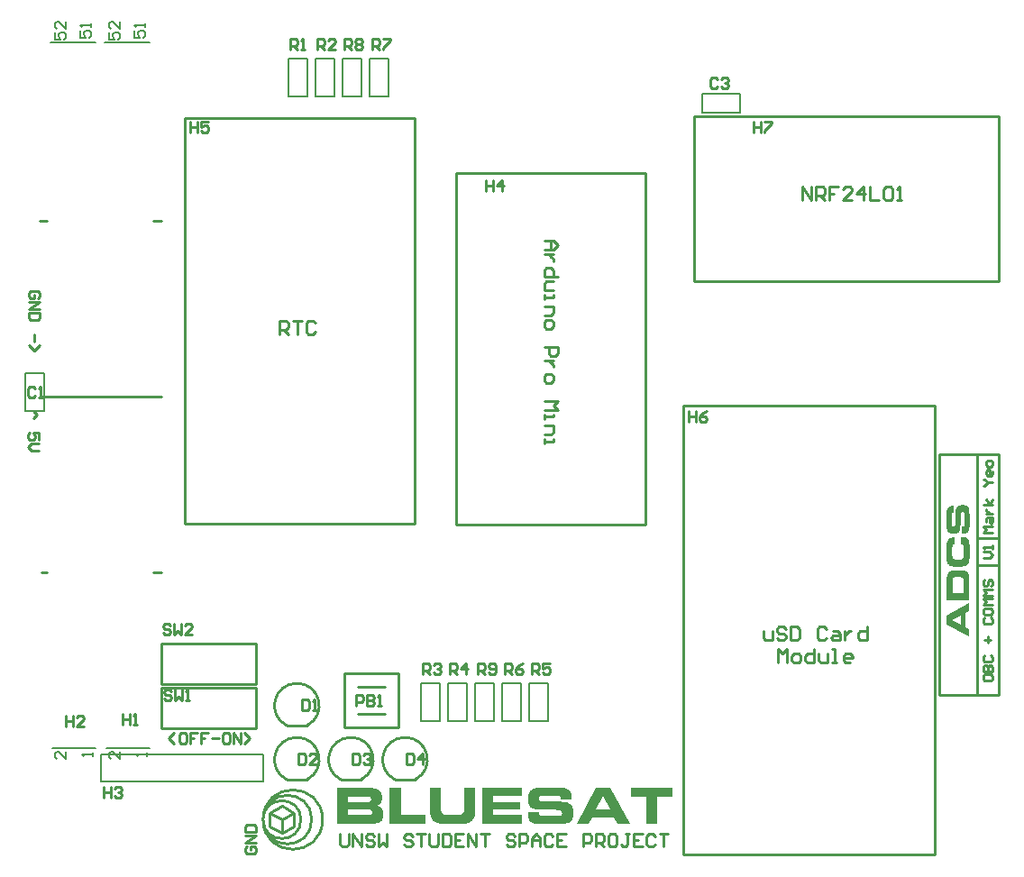
<source format=gto>
G04 Layer_Color=65535*
%FSLAX25Y25*%
%MOIN*%
G70*
G01*
G75*
%ADD14C,0.01000*%
%ADD26C,0.00787*%
%ADD27C,0.00500*%
G36*
X-186881Y32153D02*
X-197284D01*
Y30029D01*
X-187428D01*
Y27295D01*
X-197284D01*
Y25171D01*
X-186647D01*
Y22000D01*
X-201345D01*
Y35214D01*
X-186881D01*
Y32153D01*
D02*
G37*
G36*
X-172808Y35355D02*
X-172526Y35339D01*
X-172261Y35324D01*
X-172011Y35308D01*
X-171792Y35277D01*
X-171574Y35246D01*
X-171386Y35230D01*
X-171230Y35199D01*
X-171074Y35168D01*
X-170949Y35136D01*
X-170855Y35121D01*
X-170777Y35105D01*
X-170714Y35090D01*
X-170683Y35074D01*
X-170668D01*
X-170308Y34965D01*
X-169996Y34824D01*
X-169730Y34699D01*
X-169527Y34574D01*
X-169355Y34449D01*
X-169231Y34355D01*
X-169168Y34293D01*
X-169137Y34277D01*
X-168949Y34074D01*
X-168809Y33871D01*
X-168684Y33668D01*
X-168606Y33465D01*
X-168543Y33293D01*
X-168496Y33168D01*
X-168465Y33075D01*
Y33059D01*
Y33043D01*
X-168418Y32778D01*
X-168371Y32497D01*
X-168340Y32231D01*
X-168325Y31997D01*
X-168309Y31778D01*
Y31606D01*
Y31544D01*
Y31513D01*
Y31481D01*
Y31466D01*
Y31044D01*
X-172370D01*
Y31294D01*
X-172386Y31388D01*
Y31481D01*
X-172401Y31559D01*
Y31606D01*
X-172417Y31637D01*
Y31653D01*
X-172479Y31825D01*
X-172558Y31966D01*
X-172636Y32044D01*
X-172651Y32075D01*
X-172667D01*
X-172745Y32137D01*
X-172839Y32184D01*
X-173026Y32262D01*
X-173120Y32294D01*
X-173198Y32309D01*
X-173245Y32325D01*
X-173260D01*
X-173417Y32356D01*
X-173589Y32387D01*
X-173776Y32403D01*
X-173948D01*
X-174104Y32419D01*
X-178837D01*
X-179087Y32403D01*
X-179306Y32387D01*
X-179508Y32340D01*
X-179665Y32294D01*
X-179790Y32247D01*
X-179883Y32215D01*
X-179946Y32184D01*
X-179962Y32169D01*
X-180102Y32059D01*
X-180196Y31934D01*
X-180274Y31809D01*
X-180321Y31684D01*
X-180352Y31575D01*
X-180368Y31481D01*
Y31419D01*
Y31388D01*
Y31231D01*
X-180352Y31091D01*
X-180321Y30981D01*
X-180289Y30888D01*
X-180274Y30810D01*
X-180243Y30747D01*
X-180227Y30716D01*
Y30700D01*
X-180165Y30622D01*
X-180071Y30544D01*
X-179852Y30435D01*
X-179759Y30404D01*
X-179665Y30372D01*
X-179602Y30357D01*
X-179587D01*
X-179368Y30325D01*
X-179134Y30294D01*
X-178899Y30263D01*
X-178665Y30247D01*
X-178446D01*
X-178275Y30232D01*
X-177728D01*
X-177306Y30216D01*
X-174698D01*
X-174307Y30200D01*
X-173948D01*
X-173604Y30185D01*
X-173276D01*
X-172979Y30169D01*
X-172714Y30154D01*
X-172479Y30138D01*
X-172276D01*
X-172089Y30122D01*
X-171933Y30107D01*
X-171824D01*
X-171730Y30091D01*
X-171667D01*
X-171386Y30060D01*
X-171136Y30044D01*
X-170886Y29997D01*
X-170652Y29966D01*
X-170449Y29919D01*
X-170246Y29873D01*
X-170074Y29826D01*
X-169918Y29779D01*
X-169762Y29732D01*
X-169637Y29685D01*
X-169543Y29654D01*
X-169449Y29623D01*
X-169387Y29591D01*
X-169340Y29560D01*
X-169309Y29544D01*
X-169293D01*
X-168996Y29357D01*
X-168746Y29154D01*
X-168543Y28951D01*
X-168371Y28748D01*
X-168262Y28560D01*
X-168168Y28404D01*
X-168137Y28342D01*
X-168122Y28295D01*
X-168106Y28279D01*
Y28264D01*
X-167997Y27936D01*
X-167903Y27561D01*
X-167840Y27186D01*
X-167809Y26827D01*
X-167794Y26655D01*
X-167778Y26499D01*
Y26358D01*
X-167762Y26233D01*
Y26139D01*
Y26061D01*
Y26014D01*
Y25999D01*
X-167778Y25515D01*
X-167809Y25093D01*
X-167856Y24734D01*
X-167872Y24562D01*
X-167903Y24421D01*
X-167934Y24281D01*
X-167950Y24171D01*
X-167981Y24078D01*
X-167997Y23999D01*
X-168012Y23921D01*
X-168028Y23874D01*
X-168043Y23859D01*
Y23843D01*
X-168168Y23562D01*
X-168325Y23297D01*
X-168481Y23093D01*
X-168653Y22906D01*
X-168809Y22765D01*
X-168934Y22656D01*
X-169027Y22594D01*
X-169043Y22578D01*
X-169059D01*
X-169355Y22422D01*
X-169668Y22297D01*
X-170012Y22203D01*
X-170324Y22125D01*
X-170621Y22062D01*
X-170746Y22047D01*
X-170839Y22031D01*
X-170933Y22016D01*
X-170996Y22000D01*
X-171058D01*
X-171308Y21969D01*
X-171574Y21953D01*
X-172120Y21922D01*
X-172667Y21891D01*
X-173198Y21875D01*
X-173667D01*
X-173854Y21859D01*
X-179774D01*
X-180227Y21875D01*
X-180633Y21906D01*
X-180821Y21922D01*
X-180977Y21937D01*
X-181133D01*
X-181258Y21953D01*
X-181383Y21969D01*
X-181477Y21984D01*
X-181555D01*
X-181602Y22000D01*
X-181649D01*
X-181992Y22062D01*
X-182320Y22156D01*
X-182586Y22250D01*
X-182820Y22328D01*
X-183007Y22422D01*
X-183148Y22484D01*
X-183226Y22531D01*
X-183257Y22547D01*
X-183476Y22718D01*
X-183648Y22890D01*
X-183804Y23078D01*
X-183945Y23250D01*
X-184038Y23406D01*
X-184101Y23531D01*
X-184148Y23609D01*
X-184163Y23640D01*
X-184257Y23921D01*
X-184319Y24202D01*
X-184382Y24499D01*
X-184413Y24780D01*
X-184429Y25030D01*
Y25140D01*
X-184444Y25233D01*
Y25296D01*
Y25358D01*
Y25390D01*
Y25405D01*
Y26327D01*
X-180383D01*
Y26139D01*
X-180368Y25967D01*
X-180352Y25827D01*
X-180321Y25702D01*
X-180305Y25608D01*
X-180289Y25546D01*
X-180274Y25499D01*
Y25483D01*
X-180180Y25280D01*
X-180071Y25140D01*
X-179977Y25062D01*
X-179962Y25030D01*
X-179946D01*
X-179774Y24937D01*
X-179587Y24874D01*
X-179508Y24859D01*
X-179446D01*
X-179415Y24843D01*
X-179399D01*
X-179134Y24827D01*
X-178899Y24812D01*
X-173432D01*
X-173229Y24827D01*
X-173042D01*
X-172823Y24859D01*
X-172636Y24905D01*
X-172573Y24937D01*
X-172526Y24952D01*
X-172495Y24968D01*
X-172479D01*
X-172308Y25077D01*
X-172183Y25186D01*
X-172120Y25280D01*
X-172089Y25296D01*
Y25311D01*
X-172042Y25405D01*
X-171995Y25499D01*
X-171949Y25702D01*
X-171933Y25780D01*
Y25858D01*
Y25905D01*
Y25921D01*
Y26077D01*
X-171964Y26217D01*
X-171980Y26327D01*
X-172011Y26421D01*
X-172042Y26499D01*
X-172058Y26545D01*
X-172089Y26577D01*
Y26592D01*
X-172167Y26686D01*
X-172276Y26764D01*
X-172386Y26827D01*
X-172511Y26873D01*
X-172636Y26920D01*
X-172730Y26952D01*
X-172792Y26967D01*
X-172823D01*
X-173057Y27014D01*
X-173339Y27045D01*
X-173620Y27077D01*
X-173901Y27092D01*
X-174151Y27108D01*
X-174260D01*
X-174354Y27123D01*
X-174760D01*
X-174994Y27139D01*
X-175510D01*
X-176025Y27155D01*
X-178446D01*
X-178821Y27170D01*
X-179181Y27186D01*
X-179493D01*
X-179805Y27202D01*
X-180071Y27217D01*
X-180321Y27233D01*
X-180540Y27248D01*
X-180743Y27264D01*
X-180899Y27280D01*
X-181039D01*
X-181149Y27295D01*
X-181227Y27311D01*
X-181289D01*
X-181758Y27389D01*
X-182180Y27483D01*
X-182523Y27576D01*
X-182679Y27623D01*
X-182820Y27686D01*
X-182929Y27733D01*
X-183039Y27779D01*
X-183132Y27811D01*
X-183211Y27842D01*
X-183257Y27873D01*
X-183304Y27904D01*
X-183320Y27920D01*
X-183335D01*
X-183570Y28092D01*
X-183773Y28295D01*
X-183929Y28498D01*
X-184054Y28685D01*
X-184132Y28857D01*
X-184195Y28998D01*
X-184226Y29092D01*
X-184241Y29107D01*
Y29123D01*
X-184304Y29435D01*
X-184351Y29763D01*
X-184382Y30107D01*
X-184398Y30419D01*
X-184413Y30700D01*
X-184429Y30810D01*
Y30919D01*
Y31013D01*
Y31075D01*
Y31106D01*
Y31122D01*
Y31450D01*
X-184413Y31762D01*
X-184398Y32044D01*
X-184366Y32294D01*
X-184351Y32497D01*
X-184335Y32653D01*
Y32715D01*
X-184319Y32762D01*
Y32778D01*
Y32793D01*
X-184257Y33075D01*
X-184179Y33340D01*
X-184070Y33559D01*
X-183960Y33762D01*
X-183867Y33918D01*
X-183773Y34043D01*
X-183710Y34106D01*
X-183695Y34137D01*
X-183476Y34340D01*
X-183226Y34512D01*
X-182961Y34668D01*
X-182711Y34793D01*
X-182476Y34887D01*
X-182367Y34933D01*
X-182273Y34965D01*
X-182211Y34996D01*
X-182148Y35012D01*
X-182117Y35027D01*
X-182102D01*
X-181883Y35090D01*
X-181664Y35136D01*
X-181180Y35230D01*
X-180680Y35293D01*
X-180196Y35324D01*
X-179977Y35339D01*
X-179774Y35355D01*
X-179587D01*
X-179415Y35371D01*
X-173120D01*
X-172808Y35355D01*
D02*
G37*
G36*
X-146863Y22000D02*
X-151377D01*
X-152642Y24343D01*
X-160858D01*
X-162045Y22000D01*
X-166575D01*
X-159421Y35214D01*
X-154142D01*
X-146863Y22000D01*
D02*
G37*
G36*
X-130962Y31934D02*
X-136647D01*
Y22000D01*
X-140708D01*
Y31934D01*
X-146410D01*
Y35214D01*
X-130962D01*
Y31934D01*
D02*
G37*
G36*
X-204063Y26702D02*
X-204079Y26249D01*
X-204126Y25827D01*
X-204188Y25436D01*
X-204266Y25077D01*
X-204360Y24749D01*
X-204485Y24452D01*
X-204594Y24171D01*
X-204719Y23937D01*
X-204844Y23718D01*
X-204954Y23531D01*
X-205063Y23390D01*
X-205172Y23250D01*
X-205250Y23156D01*
X-205313Y23093D01*
X-205360Y23046D01*
X-205375Y23031D01*
X-205641Y22828D01*
X-205922Y22640D01*
X-206250Y22484D01*
X-206578Y22359D01*
X-206906Y22234D01*
X-207250Y22141D01*
X-207593Y22062D01*
X-207921Y22000D01*
X-208249Y21953D01*
X-208546Y21922D01*
X-208812Y21891D01*
X-209046Y21875D01*
X-209233D01*
X-209374Y21859D01*
X-215310D01*
X-215825Y21875D01*
X-216294Y21906D01*
X-216731Y21969D01*
X-217137Y22047D01*
X-217512Y22125D01*
X-217856Y22234D01*
X-218152Y22344D01*
X-218418Y22453D01*
X-218668Y22562D01*
X-218871Y22656D01*
X-219043Y22765D01*
X-219183Y22843D01*
X-219293Y22922D01*
X-219371Y22984D01*
X-219418Y23015D01*
X-219433Y23031D01*
X-219668Y23265D01*
X-219855Y23531D01*
X-220027Y23812D01*
X-220183Y24109D01*
X-220308Y24406D01*
X-220417Y24718D01*
X-220495Y25015D01*
X-220573Y25311D01*
X-220620Y25593D01*
X-220667Y25858D01*
X-220683Y26092D01*
X-220714Y26296D01*
Y26467D01*
X-220730Y26592D01*
Y26670D01*
Y26702D01*
Y35214D01*
X-216669D01*
Y27576D01*
Y27342D01*
X-216653Y27139D01*
X-216622Y26936D01*
X-216590Y26764D01*
X-216559Y26592D01*
X-216512Y26452D01*
X-216419Y26202D01*
X-216325Y26014D01*
X-216247Y25889D01*
X-216184Y25811D01*
X-216169Y25780D01*
X-216059Y25686D01*
X-215950Y25608D01*
X-215685Y25468D01*
X-215388Y25374D01*
X-215107Y25311D01*
X-214841Y25280D01*
X-214716Y25265D01*
X-214622D01*
X-214529Y25249D01*
X-210171D01*
X-209952Y25265D01*
X-209765Y25296D01*
X-209593Y25327D01*
X-209436Y25374D01*
X-209296Y25421D01*
X-209046Y25515D01*
X-208874Y25608D01*
X-208734Y25702D01*
X-208671Y25764D01*
X-208640Y25780D01*
X-208546Y25889D01*
X-208468Y26014D01*
X-208343Y26280D01*
X-208249Y26577D01*
X-208187Y26873D01*
X-208156Y27155D01*
X-208140Y27264D01*
X-208124Y27373D01*
Y27451D01*
Y27514D01*
Y27561D01*
Y27576D01*
Y35214D01*
X-204063D01*
Y26702D01*
D02*
G37*
G36*
X-21333Y100735D02*
X-22809Y99938D01*
Y94762D01*
X-21333Y94014D01*
Y91161D01*
X-29657Y95667D01*
Y98993D01*
X-21333Y103579D01*
Y100735D01*
D02*
G37*
G36*
X-23547Y127943D02*
X-23370Y127933D01*
X-23202Y127913D01*
X-23055Y127893D01*
X-22927Y127864D01*
X-22838Y127844D01*
X-22779Y127834D01*
X-22769Y127825D01*
X-22760D01*
X-22592Y127775D01*
X-22445Y127707D01*
X-22307Y127628D01*
X-22189Y127559D01*
X-22100Y127480D01*
X-22022Y127431D01*
X-21982Y127392D01*
X-21962Y127372D01*
X-21844Y127234D01*
X-21736Y127087D01*
X-21648Y126929D01*
X-21569Y126782D01*
X-21510Y126644D01*
X-21471Y126536D01*
X-21451Y126496D01*
X-21441Y126467D01*
X-21431Y126447D01*
Y126437D01*
X-21372Y126201D01*
X-21323Y125935D01*
X-21293Y125680D01*
X-21264Y125434D01*
Y125315D01*
X-21254Y125207D01*
Y125119D01*
X-21244Y125030D01*
Y124961D01*
Y124912D01*
Y124882D01*
Y124873D01*
Y120759D01*
X-21254Y120445D01*
X-21264Y120149D01*
X-21284Y119894D01*
X-21293Y119775D01*
X-21303Y119667D01*
X-21313Y119559D01*
X-21323Y119480D01*
X-21333Y119402D01*
X-21343Y119333D01*
X-21352Y119283D01*
X-21362Y119244D01*
Y119224D01*
Y119215D01*
X-21421Y118969D01*
X-21490Y118742D01*
X-21569Y118545D01*
X-21638Y118378D01*
X-21716Y118240D01*
X-21776Y118142D01*
X-21795Y118103D01*
X-21815Y118073D01*
X-21825Y118063D01*
Y118053D01*
X-21962Y117886D01*
X-22110Y117739D01*
X-22268Y117621D01*
X-22415Y117522D01*
X-22553Y117434D01*
X-22651Y117384D01*
X-22691Y117365D01*
X-22720Y117345D01*
X-22740Y117335D01*
X-22750D01*
X-22986Y117256D01*
X-23232Y117197D01*
X-23478Y117148D01*
X-23724Y117119D01*
X-23832Y117109D01*
X-23931Y117099D01*
X-24019D01*
X-24098Y117089D01*
X-26735D01*
X-27060Y117099D01*
X-27355Y117129D01*
X-27483Y117148D01*
X-27611Y117168D01*
X-27719Y117188D01*
X-27827Y117217D01*
X-27916Y117237D01*
X-27994Y117256D01*
X-28073Y117276D01*
X-28122Y117296D01*
X-28172Y117315D01*
X-28201Y117325D01*
X-28221Y117335D01*
X-28231D01*
X-28437Y117434D01*
X-28624Y117552D01*
X-28782Y117670D01*
X-28919Y117788D01*
X-29018Y117896D01*
X-29096Y117975D01*
X-29136Y118034D01*
X-29156Y118044D01*
Y118053D01*
X-29274Y118240D01*
X-29372Y118437D01*
X-29461Y118634D01*
X-29520Y118811D01*
X-29569Y118978D01*
X-29588Y119047D01*
X-29598Y119097D01*
X-29618Y119146D01*
Y119185D01*
X-29628Y119205D01*
Y119215D01*
X-29667Y119480D01*
X-29707Y119746D01*
X-29726Y120002D01*
X-29736Y120238D01*
X-29746Y120346D01*
Y120445D01*
X-29756Y120533D01*
Y120602D01*
Y120671D01*
Y120710D01*
Y120740D01*
Y120750D01*
Y123761D01*
Y124007D01*
X-29746Y124243D01*
X-29736Y124459D01*
X-29726Y124666D01*
X-29716Y124863D01*
X-29707Y125040D01*
X-29687Y125197D01*
X-29677Y125345D01*
X-29657Y125483D01*
X-29638Y125601D01*
X-29628Y125699D01*
X-29618Y125778D01*
X-29608Y125837D01*
X-29598Y125886D01*
X-29588Y125916D01*
Y125926D01*
X-29520Y126211D01*
X-29441Y126467D01*
X-29352Y126673D01*
X-29264Y126850D01*
X-29185Y126988D01*
X-29116Y127087D01*
X-29077Y127146D01*
X-29057Y127165D01*
X-28910Y127313D01*
X-28752Y127441D01*
X-28595Y127529D01*
X-28437Y127608D01*
X-28299Y127667D01*
X-28191Y127697D01*
X-28152Y127716D01*
X-28122D01*
X-28103Y127726D01*
X-28093D01*
X-27857Y127766D01*
X-27611Y127795D01*
X-27365Y127825D01*
X-27138Y127834D01*
X-27030D01*
X-26932Y127844D01*
X-26617D01*
Y125286D01*
X-26843D01*
X-27001Y125276D01*
X-27128Y125237D01*
X-27237Y125188D01*
X-27316Y125128D01*
X-27384Y125069D01*
X-27424Y125020D01*
X-27443Y124981D01*
X-27453Y124971D01*
X-27512Y124843D01*
X-27552Y124696D01*
X-27581Y124548D01*
X-27601Y124410D01*
X-27611Y124282D01*
X-27621Y124184D01*
Y124144D01*
Y124115D01*
Y124095D01*
Y124085D01*
Y121310D01*
Y121124D01*
X-27601Y120966D01*
X-27581Y120828D01*
X-27562Y120710D01*
X-27542Y120612D01*
X-27522Y120543D01*
X-27512Y120504D01*
X-27502Y120484D01*
X-27453Y120376D01*
X-27404Y120277D01*
X-27345Y120199D01*
X-27296Y120130D01*
X-27247Y120071D01*
X-27207Y120031D01*
X-27178Y120012D01*
X-27168Y120002D01*
X-27079Y119943D01*
X-26991Y119894D01*
X-26912Y119854D01*
X-26823Y119825D01*
X-26755Y119805D01*
X-26696Y119785D01*
X-26656Y119775D01*
X-26646D01*
X-26410Y119746D01*
X-26292Y119726D01*
X-26184D01*
X-26085Y119716D01*
X-24885D01*
X-24737Y119726D01*
X-24610Y119736D01*
X-24491Y119746D01*
X-24403D01*
X-24334Y119756D01*
X-24295Y119766D01*
X-24275D01*
X-24157Y119795D01*
X-24058Y119825D01*
X-23970Y119864D01*
X-23891Y119894D01*
X-23832Y119933D01*
X-23793Y119953D01*
X-23763Y119972D01*
X-23753Y119982D01*
X-23685Y120051D01*
X-23626Y120120D01*
X-23537Y120267D01*
X-23507Y120336D01*
X-23488Y120386D01*
X-23468Y120425D01*
Y120435D01*
X-23438Y120553D01*
X-23419Y120671D01*
X-23399Y120799D01*
X-23389Y120907D01*
Y121015D01*
X-23380Y121094D01*
Y121153D01*
Y121173D01*
Y123898D01*
Y124046D01*
X-23389Y124184D01*
Y124312D01*
X-23399Y124410D01*
Y124499D01*
X-23409Y124558D01*
Y124597D01*
Y124607D01*
X-23429Y124705D01*
X-23448Y124794D01*
X-23478Y124873D01*
X-23507Y124942D01*
X-23527Y124991D01*
X-23547Y125030D01*
X-23566Y125050D01*
Y125060D01*
X-23616Y125119D01*
X-23675Y125178D01*
X-23783Y125256D01*
X-23832Y125286D01*
X-23871Y125306D01*
X-23901Y125315D01*
X-23911D01*
X-23999Y125345D01*
X-24098Y125365D01*
X-24206Y125374D01*
X-24304Y125384D01*
X-24383Y125394D01*
X-24521D01*
Y127953D01*
X-23744D01*
X-23547Y127943D01*
D02*
G37*
G36*
Y139829D02*
X-23281Y139810D01*
X-23055Y139780D01*
X-22946Y139770D01*
X-22858Y139751D01*
X-22769Y139731D01*
X-22701Y139721D01*
X-22641Y139701D01*
X-22592Y139692D01*
X-22543Y139682D01*
X-22514Y139672D01*
X-22504Y139662D01*
X-22494D01*
X-22317Y139583D01*
X-22150Y139485D01*
X-22022Y139387D01*
X-21903Y139278D01*
X-21815Y139180D01*
X-21746Y139101D01*
X-21707Y139042D01*
X-21697Y139032D01*
Y139023D01*
X-21598Y138836D01*
X-21520Y138639D01*
X-21461Y138422D01*
X-21411Y138225D01*
X-21372Y138039D01*
X-21362Y137960D01*
X-21352Y137901D01*
X-21343Y137842D01*
X-21333Y137802D01*
Y137773D01*
Y137763D01*
X-21313Y137606D01*
X-21303Y137438D01*
X-21284Y137094D01*
X-21264Y136749D01*
X-21254Y136415D01*
Y136267D01*
Y136120D01*
X-21244Y136002D01*
Y135893D01*
Y135805D01*
Y135736D01*
Y135697D01*
Y135677D01*
Y132587D01*
Y132272D01*
X-21254Y131987D01*
X-21274Y131731D01*
X-21284Y131613D01*
X-21293Y131515D01*
Y131416D01*
X-21303Y131337D01*
X-21313Y131259D01*
X-21323Y131200D01*
Y131150D01*
X-21333Y131121D01*
Y131101D01*
Y131091D01*
X-21372Y130875D01*
X-21431Y130668D01*
X-21490Y130501D01*
X-21539Y130353D01*
X-21598Y130235D01*
X-21638Y130147D01*
X-21667Y130098D01*
X-21677Y130078D01*
X-21785Y129940D01*
X-21894Y129832D01*
X-22012Y129734D01*
X-22120Y129645D01*
X-22218Y129586D01*
X-22297Y129547D01*
X-22346Y129517D01*
X-22366Y129507D01*
X-22543Y129448D01*
X-22720Y129409D01*
X-22907Y129369D01*
X-23084Y129350D01*
X-23242Y129340D01*
X-23311D01*
X-23370Y129330D01*
X-24058D01*
Y131888D01*
X-23940D01*
X-23832Y131898D01*
X-23744Y131908D01*
X-23665Y131928D01*
X-23606Y131938D01*
X-23566Y131948D01*
X-23537Y131957D01*
X-23527D01*
X-23399Y132016D01*
X-23311Y132085D01*
X-23261Y132144D01*
X-23242Y132154D01*
Y132164D01*
X-23183Y132272D01*
X-23143Y132390D01*
X-23133Y132440D01*
Y132479D01*
X-23124Y132499D01*
Y132508D01*
X-23114Y132676D01*
X-23104Y132823D01*
Y132892D01*
Y132941D01*
Y132981D01*
Y132991D01*
Y136120D01*
Y136267D01*
X-23114Y136395D01*
Y136444D01*
Y136484D01*
Y136504D01*
Y136513D01*
X-23133Y136651D01*
X-23163Y136769D01*
X-23183Y136809D01*
X-23192Y136838D01*
X-23202Y136858D01*
Y136868D01*
X-23271Y136976D01*
X-23340Y137055D01*
X-23399Y137094D01*
X-23409Y137114D01*
X-23419D01*
X-23478Y137143D01*
X-23537Y137173D01*
X-23665Y137202D01*
X-23714Y137212D01*
X-23901D01*
X-23990Y137192D01*
X-24058Y137182D01*
X-24117Y137163D01*
X-24167Y137143D01*
X-24196Y137133D01*
X-24216Y137114D01*
X-24226D01*
X-24285Y137064D01*
X-24334Y136995D01*
X-24373Y136927D01*
X-24403Y136848D01*
X-24432Y136769D01*
X-24452Y136710D01*
X-24462Y136671D01*
Y136651D01*
X-24491Y136504D01*
X-24511Y136326D01*
X-24531Y136149D01*
X-24541Y135972D01*
X-24550Y135815D01*
Y135746D01*
X-24560Y135687D01*
Y135638D01*
Y135598D01*
Y135579D01*
Y135569D01*
Y135431D01*
X-24570Y135283D01*
Y134959D01*
X-24580Y134634D01*
Y134329D01*
Y134181D01*
Y134044D01*
Y133925D01*
Y133827D01*
Y133738D01*
Y133679D01*
Y133630D01*
Y133620D01*
Y133355D01*
Y133109D01*
X-24590Y132872D01*
X-24600Y132646D01*
Y132449D01*
X-24610Y132253D01*
X-24619Y132085D01*
X-24629Y131928D01*
X-24639Y131790D01*
X-24649Y131662D01*
X-24659Y131564D01*
Y131475D01*
X-24668Y131406D01*
X-24678Y131357D01*
Y131328D01*
Y131318D01*
X-24728Y131023D01*
X-24787Y130757D01*
X-24846Y130540D01*
X-24875Y130442D01*
X-24915Y130353D01*
X-24944Y130285D01*
X-24974Y130216D01*
X-24993Y130157D01*
X-25013Y130107D01*
X-25033Y130078D01*
X-25052Y130048D01*
X-25062Y130039D01*
Y130029D01*
X-25170Y129881D01*
X-25298Y129753D01*
X-25426Y129655D01*
X-25544Y129576D01*
X-25653Y129527D01*
X-25741Y129488D01*
X-25800Y129468D01*
X-25810Y129458D01*
X-25820D01*
X-26017Y129419D01*
X-26223Y129389D01*
X-26440Y129369D01*
X-26636Y129360D01*
X-26814Y129350D01*
X-26882Y129340D01*
X-27286D01*
X-27483Y129350D01*
X-27660Y129360D01*
X-27817Y129379D01*
X-27945Y129389D01*
X-28044Y129399D01*
X-28083D01*
X-28113Y129409D01*
X-28132D01*
X-28309Y129448D01*
X-28477Y129497D01*
X-28614Y129566D01*
X-28742Y129635D01*
X-28841Y129694D01*
X-28919Y129753D01*
X-28959Y129793D01*
X-28978Y129802D01*
X-29106Y129940D01*
X-29215Y130098D01*
X-29313Y130265D01*
X-29392Y130422D01*
X-29451Y130570D01*
X-29480Y130639D01*
X-29500Y130698D01*
X-29520Y130737D01*
X-29530Y130777D01*
X-29539Y130796D01*
Y130806D01*
X-29579Y130944D01*
X-29608Y131082D01*
X-29667Y131387D01*
X-29707Y131702D01*
X-29726Y132007D01*
X-29736Y132144D01*
X-29746Y132272D01*
Y132390D01*
X-29756Y132499D01*
Y132577D01*
Y132646D01*
Y132686D01*
Y132695D01*
Y136267D01*
Y136464D01*
X-29746Y136661D01*
X-29736Y136838D01*
X-29726Y137005D01*
X-29716Y137163D01*
X-29697Y137301D01*
X-29677Y137438D01*
X-29667Y137556D01*
X-29648Y137655D01*
X-29628Y137753D01*
X-29608Y137832D01*
X-29598Y137891D01*
X-29588Y137940D01*
X-29579Y137979D01*
X-29569Y137999D01*
Y138009D01*
X-29500Y138235D01*
X-29411Y138432D01*
X-29333Y138599D01*
X-29254Y138727D01*
X-29175Y138836D01*
X-29116Y138914D01*
X-29077Y138954D01*
X-29067Y138973D01*
X-28939Y139091D01*
X-28811Y139180D01*
X-28683Y139259D01*
X-28555Y139308D01*
X-28447Y139347D01*
X-28368Y139377D01*
X-28309Y139396D01*
X-28290D01*
X-28122Y139426D01*
X-27945Y139455D01*
X-27778Y139475D01*
X-27630Y139485D01*
X-27493Y139495D01*
X-27030D01*
Y136936D01*
X-27188D01*
X-27247Y136927D01*
X-27306D01*
X-27355Y136917D01*
X-27384D01*
X-27404Y136907D01*
X-27414D01*
X-27522Y136868D01*
X-27611Y136818D01*
X-27660Y136769D01*
X-27680Y136759D01*
Y136749D01*
X-27719Y136700D01*
X-27748Y136641D01*
X-27798Y136523D01*
X-27817Y136464D01*
X-27827Y136415D01*
X-27837Y136385D01*
Y136376D01*
X-27857Y136277D01*
X-27876Y136169D01*
X-27886Y136051D01*
Y135943D01*
X-27896Y135844D01*
Y135756D01*
Y135706D01*
Y135697D01*
Y135687D01*
Y132863D01*
X-27886Y132705D01*
X-27876Y132568D01*
X-27847Y132440D01*
X-27817Y132341D01*
X-27788Y132262D01*
X-27768Y132203D01*
X-27748Y132164D01*
X-27739Y132154D01*
X-27670Y132066D01*
X-27591Y132007D01*
X-27512Y131957D01*
X-27434Y131928D01*
X-27365Y131908D01*
X-27306Y131898D01*
X-27148D01*
X-27060Y131908D01*
X-26991Y131928D01*
X-26932Y131948D01*
X-26882Y131957D01*
X-26843Y131977D01*
X-26823Y131987D01*
X-26814D01*
X-26764Y132026D01*
X-26715Y132085D01*
X-26646Y132223D01*
X-26627Y132282D01*
X-26607Y132341D01*
X-26597Y132380D01*
Y132390D01*
X-26577Y132528D01*
X-26558Y132676D01*
X-26538Y132823D01*
X-26528Y132971D01*
Y133109D01*
X-26518Y133217D01*
Y133256D01*
Y133286D01*
Y133306D01*
Y133315D01*
Y133433D01*
Y133561D01*
X-26509Y133827D01*
Y134093D01*
Y134348D01*
Y134476D01*
Y134585D01*
Y134683D01*
Y134772D01*
Y134841D01*
Y134890D01*
Y134929D01*
Y134939D01*
Y135214D01*
Y135470D01*
X-26499Y135716D01*
Y135943D01*
X-26489Y136159D01*
Y136366D01*
X-26479Y136553D01*
X-26469Y136720D01*
X-26459Y136868D01*
Y136995D01*
X-26450Y137114D01*
X-26440Y137212D01*
Y137281D01*
X-26430Y137340D01*
Y137369D01*
Y137379D01*
X-26410Y137556D01*
X-26400Y137714D01*
X-26371Y137871D01*
X-26351Y138019D01*
X-26322Y138147D01*
X-26292Y138275D01*
X-26263Y138383D01*
X-26233Y138481D01*
X-26204Y138580D01*
X-26174Y138658D01*
X-26154Y138717D01*
X-26135Y138777D01*
X-26115Y138816D01*
X-26095Y138845D01*
X-26085Y138865D01*
Y138875D01*
X-25967Y139062D01*
X-25839Y139219D01*
X-25712Y139347D01*
X-25584Y139455D01*
X-25466Y139524D01*
X-25367Y139583D01*
X-25328Y139603D01*
X-25298Y139613D01*
X-25288Y139623D01*
X-25279D01*
X-25072Y139692D01*
X-24836Y139751D01*
X-24600Y139790D01*
X-24373Y139810D01*
X-24265Y139820D01*
X-24167Y139829D01*
X-24078D01*
X-23999Y139839D01*
X-23852D01*
X-23547Y139829D01*
D02*
G37*
G36*
X-242473Y35183D02*
X-242113Y35152D01*
X-241817Y35121D01*
X-241676Y35105D01*
X-241551Y35090D01*
X-241458Y35074D01*
X-241364Y35058D01*
X-241301Y35043D01*
X-241254D01*
X-241223Y35027D01*
X-241208D01*
X-240880Y34949D01*
X-240583Y34871D01*
X-240333Y34762D01*
X-240114Y34668D01*
X-239942Y34590D01*
X-239817Y34512D01*
X-239739Y34465D01*
X-239708Y34449D01*
X-239489Y34293D01*
X-239302Y34106D01*
X-239146Y33934D01*
X-239021Y33762D01*
X-238927Y33606D01*
X-238864Y33481D01*
X-238818Y33403D01*
X-238802Y33387D01*
Y33371D01*
X-238708Y33121D01*
X-238630Y32840D01*
X-238583Y32575D01*
X-238537Y32309D01*
X-238521Y32090D01*
X-238505Y31903D01*
Y31841D01*
Y31794D01*
Y31762D01*
Y31747D01*
Y31435D01*
X-238537Y31169D01*
X-238552Y30935D01*
X-238583Y30732D01*
X-238615Y30575D01*
X-238630Y30450D01*
X-238662Y30388D01*
Y30357D01*
X-238724Y30169D01*
X-238786Y29997D01*
X-238849Y29857D01*
X-238911Y29732D01*
X-238974Y29623D01*
X-239021Y29560D01*
X-239052Y29513D01*
X-239068Y29498D01*
X-239271Y29279D01*
X-239474Y29123D01*
X-239567Y29076D01*
X-239630Y29029D01*
X-239677Y29013D01*
X-239692Y28998D01*
X-239958Y28888D01*
X-240099Y28842D01*
X-240224Y28795D01*
X-240317Y28763D01*
X-240395Y28732D01*
X-240458Y28717D01*
X-240473D01*
Y28654D01*
X-240239Y28623D01*
X-240005Y28576D01*
X-239802Y28514D01*
X-239614Y28451D01*
X-239442Y28373D01*
X-239302Y28295D01*
X-239161Y28217D01*
X-239036Y28139D01*
X-238849Y27998D01*
X-238708Y27873D01*
X-238630Y27779D01*
X-238599Y27764D01*
Y27748D01*
X-238505Y27608D01*
X-238412Y27436D01*
X-238271Y27077D01*
X-238177Y26702D01*
X-238099Y26342D01*
X-238068Y26014D01*
X-238052Y25874D01*
Y25749D01*
X-238037Y25640D01*
Y25561D01*
Y25515D01*
Y25499D01*
X-238052Y25108D01*
X-238084Y24765D01*
X-238130Y24452D01*
X-238193Y24202D01*
X-238255Y23999D01*
X-238302Y23843D01*
X-238334Y23749D01*
X-238349Y23734D01*
Y23718D01*
X-238474Y23468D01*
X-238599Y23265D01*
X-238740Y23078D01*
X-238880Y22922D01*
X-239005Y22797D01*
X-239099Y22718D01*
X-239161Y22656D01*
X-239193Y22640D01*
X-239396Y22515D01*
X-239614Y22406D01*
X-239833Y22312D01*
X-240036Y22250D01*
X-240208Y22187D01*
X-240348Y22156D01*
X-240442Y22125D01*
X-240473D01*
X-241036Y22047D01*
X-241301Y22031D01*
X-241551Y22016D01*
X-241770Y22000D01*
X-255000D01*
Y35214D01*
X-242879D01*
X-242473Y35183D01*
D02*
G37*
G36*
X-231554Y25390D02*
X-222448D01*
Y22000D01*
X-235616D01*
Y35214D01*
X-231554D01*
Y25390D01*
D02*
G37*
G36*
X-23950Y115721D02*
X-23694Y115702D01*
X-23468Y115672D01*
X-23281Y115643D01*
X-23192Y115623D01*
X-23124Y115603D01*
X-23055Y115584D01*
X-23006Y115574D01*
X-22966Y115564D01*
X-22937Y115554D01*
X-22917Y115544D01*
X-22907D01*
X-22710Y115466D01*
X-22533Y115377D01*
X-22376Y115279D01*
X-22248Y115180D01*
X-22140Y115092D01*
X-22071Y115023D01*
X-22022Y114974D01*
X-22002Y114954D01*
X-21874Y114796D01*
X-21776Y114619D01*
X-21687Y114442D01*
X-21618Y114275D01*
X-21559Y114118D01*
X-21539Y114058D01*
X-21520Y113999D01*
X-21510Y113950D01*
X-21500Y113921D01*
X-21490Y113901D01*
Y113891D01*
X-21441Y113635D01*
X-21402Y113360D01*
X-21372Y113094D01*
X-21352Y112838D01*
X-21343Y112720D01*
Y112612D01*
Y112523D01*
X-21333Y112435D01*
Y112366D01*
Y112317D01*
Y112287D01*
Y112277D01*
Y104573D01*
X-29657D01*
Y112277D01*
X-29648Y112622D01*
X-29628Y112937D01*
X-29618Y113074D01*
X-29608Y113212D01*
X-29588Y113330D01*
X-29579Y113438D01*
X-29559Y113547D01*
X-29539Y113635D01*
X-29530Y113714D01*
X-29520Y113773D01*
X-29510Y113822D01*
X-29500Y113862D01*
X-29490Y113881D01*
Y113891D01*
X-29421Y114127D01*
X-29342Y114334D01*
X-29264Y114521D01*
X-29175Y114669D01*
X-29096Y114796D01*
X-29037Y114885D01*
X-28998Y114934D01*
X-28978Y114954D01*
X-28841Y115102D01*
X-28693Y115220D01*
X-28545Y115318D01*
X-28398Y115407D01*
X-28270Y115466D01*
X-28162Y115515D01*
X-28132Y115525D01*
X-28103Y115534D01*
X-28083Y115544D01*
X-28073D01*
X-27857Y115603D01*
X-27630Y115653D01*
X-27414Y115682D01*
X-27207Y115712D01*
X-27030Y115721D01*
X-26951D01*
X-26882Y115731D01*
X-24226D01*
X-23950Y115721D01*
D02*
G37*
%LPC*%
G36*
X-156781Y32137D02*
X-159343Y27186D01*
X-154157D01*
X-156781Y32137D01*
D02*
G37*
G36*
X-24600Y98984D02*
X-27719Y97330D01*
X-24600Y95717D01*
Y98984D01*
D02*
G37*
G36*
X-243675Y32044D02*
X-250939D01*
Y29982D01*
X-243769D01*
X-243566Y29997D01*
X-243379Y30013D01*
X-243238Y30044D01*
X-243113Y30091D01*
X-243004Y30138D01*
X-242941Y30169D01*
X-242895Y30185D01*
X-242879Y30200D01*
X-242770Y30310D01*
X-242691Y30419D01*
X-242645Y30560D01*
X-242598Y30685D01*
X-242582Y30810D01*
X-242566Y30903D01*
Y30966D01*
Y30997D01*
X-242582Y31200D01*
X-242613Y31372D01*
X-242660Y31513D01*
X-242723Y31622D01*
X-242785Y31700D01*
X-242832Y31762D01*
X-242863Y31794D01*
X-242879Y31809D01*
X-243004Y31888D01*
X-243144Y31950D01*
X-243301Y31981D01*
X-243441Y32012D01*
X-243566Y32028D01*
X-243675Y32044D01*
D02*
G37*
G36*
X-243566Y27248D02*
X-250939D01*
Y25171D01*
X-243675D01*
X-243441Y25186D01*
X-243238Y25202D01*
X-243051Y25233D01*
X-242895Y25265D01*
X-242770Y25296D01*
X-242691Y25327D01*
X-242629Y25358D01*
X-242613D01*
X-242473Y25452D01*
X-242379Y25561D01*
X-242301Y25686D01*
X-242254Y25827D01*
X-242223Y25936D01*
X-242207Y26046D01*
Y26108D01*
Y26139D01*
X-242223Y26374D01*
X-242270Y26561D01*
X-242332Y26717D01*
X-242410Y26842D01*
X-242488Y26920D01*
X-242551Y26983D01*
X-242598Y27014D01*
X-242613Y27030D01*
X-242770Y27108D01*
X-242957Y27155D01*
X-243129Y27202D01*
X-243301Y27217D01*
X-243441Y27233D01*
X-243566Y27248D01*
D02*
G37*
G36*
X-24806Y113173D02*
X-26243D01*
X-26390Y113163D01*
X-26518Y113143D01*
X-26627Y113134D01*
X-26705Y113114D01*
X-26774Y113094D01*
X-26814Y113084D01*
X-26823D01*
X-26932Y113045D01*
X-27020Y113006D01*
X-27099Y112966D01*
X-27158Y112917D01*
X-27207Y112878D01*
X-27247Y112848D01*
X-27266Y112828D01*
X-27276Y112819D01*
X-27335Y112750D01*
X-27384Y112671D01*
X-27453Y112514D01*
X-27483Y112445D01*
X-27502Y112396D01*
X-27512Y112356D01*
Y112346D01*
X-27542Y112238D01*
X-27562Y112120D01*
X-27571Y112002D01*
X-27581Y111894D01*
X-27591Y111795D01*
Y111716D01*
Y111667D01*
Y111648D01*
Y107131D01*
X-23468D01*
Y111648D01*
Y111795D01*
X-23478Y111933D01*
X-23488Y112051D01*
X-23507Y112150D01*
X-23517Y112238D01*
X-23527Y112297D01*
X-23537Y112336D01*
Y112346D01*
X-23566Y112454D01*
X-23606Y112543D01*
X-23635Y112622D01*
X-23675Y112691D01*
X-23714Y112750D01*
X-23734Y112789D01*
X-23753Y112809D01*
X-23763Y112819D01*
X-23832Y112878D01*
X-23901Y112937D01*
X-24049Y113015D01*
X-24117Y113045D01*
X-24167Y113065D01*
X-24206Y113084D01*
X-24216D01*
X-24334Y113114D01*
X-24462Y113134D01*
X-24580Y113153D01*
X-24698Y113163D01*
X-24806Y113173D01*
D02*
G37*
%LPD*%
D14*
X-266176Y58339D02*
G03*
X-273851Y58353I-3824J7330D01*
G01*
X-246176Y38339D02*
G03*
X-253851Y38353I-3824J7330D01*
G01*
X-266176Y38339D02*
G03*
X-273851Y38353I-3824J7330D01*
G01*
X-260500Y23500D02*
G03*
X-260500Y23500I-11000J0D01*
G01*
X-264500D02*
G03*
X-264500Y23500I-9000J0D01*
G01*
X-268500D02*
G03*
X-268500Y23500I-7000J0D01*
G01*
X-226176Y38339D02*
G03*
X-233851Y38353I-3824J7330D01*
G01*
X-285000Y73500D02*
Y88500D01*
X-320000D02*
X-285000D01*
X-320000Y73500D02*
Y88500D01*
Y73500D02*
X-285000D01*
X-273851Y58353D02*
X-266176Y58339D01*
X-247500Y72500D02*
X-237500D01*
X-232500Y57500D02*
Y77500D01*
X-247500Y62500D02*
X-237500D01*
X-252500Y77500D02*
X-232500D01*
X-252500Y57500D02*
Y77500D01*
Y57500D02*
X-232500D01*
X-253851Y38353D02*
X-246176Y38339D01*
X-273851Y38353D02*
X-266176Y38339D01*
X-280000Y26000D02*
X-275500Y28500D01*
X-271000Y26000D01*
X-275500Y23500D02*
X-271000Y26000D01*
Y21000D02*
Y26000D01*
X-280000Y21000D02*
Y26000D01*
X-275500Y23500D01*
Y18500D02*
X-271000Y21000D01*
X-280000D02*
X-275500Y18500D01*
Y23500D01*
X-32500Y69500D02*
Y158500D01*
X-10500D01*
X-18500Y127500D02*
X-10500D01*
Y69500D02*
Y158500D01*
X-32500Y69500D02*
X-10500D01*
X-18500D02*
Y158500D01*
X-364500Y180000D02*
X-320000D01*
X-365000Y245000D02*
X-362500D01*
X-323000D02*
X-320000D01*
X-364500Y115000D02*
X-362500D01*
X-323000D02*
X-320000D01*
X-18500Y117500D02*
X-10500D01*
X-233851Y38353D02*
X-226176Y38339D01*
X-320000Y57200D02*
X-285000D01*
X-320000D02*
Y72200D01*
X-285000D01*
Y57200D02*
Y72200D01*
X-311500Y133000D02*
Y283000D01*
Y133000D02*
X-226500D01*
Y283000D01*
X-311500D02*
X-226500D01*
X-211000Y132500D02*
X-141000D01*
X-211000D02*
Y262500D01*
X-141000D01*
Y132500D02*
Y262500D01*
X-123000Y283500D02*
X-10500D01*
Y222500D02*
Y283500D01*
X-123000Y222500D02*
X-10500D01*
X-123000D02*
Y283500D01*
X-127000Y10500D02*
X-34000D01*
X-127000D02*
Y176500D01*
X-34000Y10500D02*
Y176500D01*
X-127000D02*
X-34000D01*
X-12751Y129588D02*
X-16249D01*
X-15083Y130754D01*
X-16249Y131920D01*
X-12751D01*
X-15083Y133670D02*
Y134836D01*
X-14500Y135419D01*
X-12751D01*
Y133670D01*
X-13334Y133087D01*
X-13917Y133670D01*
Y135419D01*
X-15083Y136585D02*
X-12751D01*
X-13917D01*
X-14500Y137169D01*
X-15083Y137752D01*
Y138335D01*
X-12751Y140084D02*
X-16249D01*
X-13917D02*
X-15083Y141834D01*
X-13917Y140084D02*
X-12751Y141834D01*
X-16249Y147082D02*
X-15666D01*
X-14500Y148248D01*
X-15666Y149415D01*
X-16249D01*
X-14500Y148248D02*
X-12751D01*
Y152330D02*
Y151164D01*
X-13334Y150581D01*
X-14500D01*
X-15083Y151164D01*
Y152330D01*
X-14500Y152913D01*
X-13917D01*
Y150581D01*
X-12751Y154663D02*
Y155829D01*
X-13334Y156412D01*
X-14500D01*
X-15083Y155829D01*
Y154663D01*
X-14500Y154080D01*
X-13334D01*
X-12751Y154663D01*
X-16249Y76589D02*
Y75423D01*
X-15666Y74839D01*
X-13334D01*
X-12751Y75423D01*
Y76589D01*
X-13334Y77172D01*
X-15666D01*
X-16249Y76589D01*
Y78338D02*
X-12751D01*
Y80088D01*
X-13334Y80671D01*
X-13917D01*
X-14500Y80088D01*
Y78338D01*
Y80088D01*
X-15083Y80671D01*
X-15666D01*
X-16249Y80088D01*
Y78338D01*
X-15666Y84170D02*
X-16249Y83587D01*
Y82420D01*
X-15666Y81837D01*
X-13334D01*
X-12751Y82420D01*
Y83587D01*
X-13334Y84170D01*
X-14500Y88835D02*
Y91167D01*
X-15666Y90001D02*
X-13334D01*
X-15666Y98165D02*
X-16249Y97582D01*
Y96416D01*
X-15666Y95833D01*
X-13334D01*
X-12751Y96416D01*
Y97582D01*
X-13334Y98165D01*
X-16249Y101081D02*
Y99915D01*
X-15666Y99331D01*
X-13334D01*
X-12751Y99915D01*
Y101081D01*
X-13334Y101664D01*
X-15666D01*
X-16249Y101081D01*
X-12751Y102830D02*
X-16249D01*
X-15083Y103997D01*
X-16249Y105163D01*
X-12751D01*
Y106329D02*
X-16249D01*
X-15083Y107495D01*
X-16249Y108662D01*
X-12751D01*
X-15666Y112161D02*
X-16249Y111577D01*
Y110411D01*
X-15666Y109828D01*
X-15083D01*
X-14500Y110411D01*
Y111577D01*
X-13917Y112161D01*
X-13334D01*
X-12751Y111577D01*
Y110411D01*
X-13334Y109828D01*
X-16249Y120167D02*
X-13917D01*
X-12751Y121334D01*
X-13917Y122500D01*
X-16249D01*
X-12751Y123666D02*
Y124833D01*
Y124249D01*
X-16249D01*
X-15666Y123666D01*
X-97500Y93230D02*
Y90731D01*
X-96667Y89898D01*
X-94168D01*
Y93230D01*
X-89169Y94063D02*
X-90002Y94896D01*
X-91669D01*
X-92502Y94063D01*
Y93230D01*
X-91669Y92397D01*
X-90002D01*
X-89169Y91564D01*
Y90731D01*
X-90002Y89898D01*
X-91669D01*
X-92502Y90731D01*
X-87503Y94896D02*
Y89898D01*
X-85004D01*
X-84171Y90731D01*
Y94063D01*
X-85004Y94896D01*
X-87503D01*
X-74174Y94063D02*
X-75007Y94896D01*
X-76673D01*
X-77507Y94063D01*
Y90731D01*
X-76673Y89898D01*
X-75007D01*
X-74174Y90731D01*
X-71675Y93230D02*
X-70009D01*
X-69176Y92397D01*
Y89898D01*
X-71675D01*
X-72508Y90731D01*
X-71675Y91564D01*
X-69176D01*
X-67510Y93230D02*
Y89898D01*
Y91564D01*
X-66677Y92397D01*
X-65844Y93230D01*
X-65010D01*
X-59179Y94896D02*
Y89898D01*
X-61678D01*
X-62511Y90731D01*
Y92397D01*
X-61678Y93230D01*
X-59179D01*
X-92085Y81500D02*
Y86498D01*
X-90419Y84832D01*
X-88753Y86498D01*
Y81500D01*
X-86254D02*
X-84588D01*
X-83754Y82333D01*
Y83999D01*
X-84588Y84832D01*
X-86254D01*
X-87087Y83999D01*
Y82333D01*
X-86254Y81500D01*
X-78756Y86498D02*
Y81500D01*
X-81255D01*
X-82088Y82333D01*
Y83999D01*
X-81255Y84832D01*
X-78756D01*
X-77090D02*
Y82333D01*
X-76257Y81500D01*
X-73758D01*
Y84832D01*
X-72092Y81500D02*
X-70425D01*
X-71258D01*
Y86498D01*
X-72092D01*
X-65427Y81500D02*
X-67093D01*
X-67926Y82333D01*
Y83999D01*
X-67093Y84832D01*
X-65427D01*
X-64594Y83999D01*
Y83166D01*
X-67926D01*
X-316834Y95332D02*
X-317501Y95999D01*
X-318834D01*
X-319500Y95332D01*
Y94666D01*
X-318834Y93999D01*
X-317501D01*
X-316834Y93333D01*
Y92666D01*
X-317501Y92000D01*
X-318834D01*
X-319500Y92666D01*
X-315501Y95999D02*
Y92000D01*
X-314168Y93333D01*
X-312836Y92000D01*
Y95999D01*
X-308837Y92000D02*
X-311503D01*
X-308837Y94666D01*
Y95332D01*
X-309503Y95999D01*
X-310836D01*
X-311503Y95332D01*
X-366834Y182832D02*
X-367501Y183499D01*
X-368834D01*
X-369500Y182832D01*
Y180166D01*
X-368834Y179500D01*
X-367501D01*
X-366834Y180166D01*
X-365501Y179500D02*
X-364168D01*
X-364835D01*
Y183499D01*
X-365501Y182832D01*
X-334500Y62499D02*
Y58500D01*
Y60499D01*
X-331834D01*
Y62499D01*
Y58500D01*
X-330501D02*
X-329168D01*
X-329835D01*
Y62499D01*
X-330501Y61832D01*
X-355500Y61999D02*
Y58000D01*
Y59999D01*
X-352834D01*
Y61999D01*
Y58000D01*
X-348835D02*
X-351501D01*
X-348835Y60666D01*
Y61332D01*
X-349502Y61999D01*
X-350835D01*
X-351501Y61332D01*
X-268000Y67999D02*
Y64000D01*
X-266001D01*
X-265334Y64666D01*
Y67332D01*
X-266001Y67999D01*
X-268000D01*
X-264001Y64000D02*
X-262668D01*
X-263335D01*
Y67999D01*
X-264001Y67332D01*
X-269500Y47999D02*
Y44000D01*
X-267501D01*
X-266834Y44666D01*
Y47332D01*
X-267501Y47999D01*
X-269500D01*
X-262836Y44000D02*
X-265501D01*
X-262836Y46666D01*
Y47332D01*
X-263502Y47999D01*
X-264835D01*
X-265501Y47332D01*
X-249500Y47999D02*
Y44000D01*
X-247501D01*
X-246834Y44666D01*
Y47332D01*
X-247501Y47999D01*
X-249500D01*
X-245501Y47332D02*
X-244835Y47999D01*
X-243502D01*
X-242835Y47332D01*
Y46666D01*
X-243502Y45999D01*
X-244168D01*
X-243502D01*
X-242835Y45333D01*
Y44666D01*
X-243502Y44000D01*
X-244835D01*
X-245501Y44666D01*
X-316334Y70832D02*
X-317001Y71499D01*
X-318334D01*
X-319000Y70832D01*
Y70166D01*
X-318334Y69499D01*
X-317001D01*
X-316334Y68833D01*
Y68166D01*
X-317001Y67500D01*
X-318334D01*
X-319000Y68166D01*
X-315001Y71499D02*
Y67500D01*
X-313668Y68833D01*
X-312335Y67500D01*
Y71499D01*
X-311003Y67500D02*
X-309670D01*
X-310336D01*
Y71499D01*
X-311003Y70832D01*
X-248000Y65500D02*
Y69499D01*
X-246001D01*
X-245334Y68832D01*
Y67499D01*
X-246001Y66833D01*
X-248000D01*
X-244001Y69499D02*
Y65500D01*
X-242002D01*
X-241336Y66166D01*
Y66833D01*
X-242002Y67499D01*
X-244001D01*
X-242002D01*
X-241336Y68166D01*
Y68832D01*
X-242002Y69499D01*
X-244001D01*
X-240003Y65500D02*
X-238670D01*
X-239336D01*
Y69499D01*
X-240003Y68832D01*
X-341500Y35499D02*
Y31500D01*
Y33499D01*
X-338834D01*
Y35499D01*
Y31500D01*
X-337501Y34832D02*
X-336835Y35499D01*
X-335502D01*
X-334836Y34832D01*
Y34166D01*
X-335502Y33499D01*
X-336168D01*
X-335502D01*
X-334836Y32833D01*
Y32166D01*
X-335502Y31500D01*
X-336835D01*
X-337501Y32166D01*
X-229500Y47999D02*
Y44000D01*
X-227501D01*
X-226834Y44666D01*
Y47332D01*
X-227501Y47999D01*
X-229500D01*
X-223502Y44000D02*
Y47999D01*
X-225501Y45999D01*
X-222835D01*
X-114334Y297332D02*
X-115001Y297999D01*
X-116333D01*
X-117000Y297332D01*
Y294666D01*
X-116333Y294000D01*
X-115001D01*
X-114334Y294666D01*
X-113001Y297332D02*
X-112335Y297999D01*
X-111002D01*
X-110336Y297332D01*
Y296666D01*
X-111002Y295999D01*
X-111668D01*
X-111002D01*
X-110336Y295333D01*
Y294666D01*
X-111002Y294000D01*
X-112335D01*
X-113001Y294666D01*
X-200000Y259999D02*
Y256000D01*
Y257999D01*
X-197334D01*
Y259999D01*
Y256000D01*
X-194002D02*
Y259999D01*
X-196001Y257999D01*
X-193335D01*
X-309500Y281499D02*
Y277500D01*
Y279499D01*
X-306834D01*
Y281499D01*
Y277500D01*
X-302835Y281499D02*
X-305501D01*
Y279499D01*
X-304168Y280166D01*
X-303502D01*
X-302835Y279499D01*
Y278166D01*
X-303502Y277500D01*
X-304835D01*
X-305501Y278166D01*
X-125000Y174499D02*
Y170500D01*
Y172499D01*
X-122334D01*
Y174499D01*
Y170500D01*
X-118335Y174499D02*
X-119668Y173832D01*
X-121001Y172499D01*
Y171167D01*
X-120335Y170500D01*
X-119002D01*
X-118335Y171167D01*
Y171833D01*
X-119002Y172499D01*
X-121001D01*
X-101000Y281499D02*
Y277500D01*
Y279499D01*
X-98334D01*
Y281499D01*
Y277500D01*
X-97001Y281499D02*
X-94336D01*
Y280832D01*
X-97001Y278166D01*
Y277500D01*
X-272300Y308200D02*
Y312199D01*
X-270301D01*
X-269634Y311532D01*
Y310199D01*
X-270301Y309533D01*
X-272300D01*
X-270967D02*
X-269634Y308200D01*
X-268301D02*
X-266968D01*
X-267635D01*
Y312199D01*
X-268301Y311532D01*
X-262300Y308300D02*
Y312299D01*
X-260301D01*
X-259634Y311632D01*
Y310299D01*
X-260301Y309633D01*
X-262300D01*
X-260967D02*
X-259634Y308300D01*
X-255635D02*
X-258301D01*
X-255635Y310966D01*
Y311632D01*
X-256302Y312299D01*
X-257635D01*
X-258301Y311632D01*
X-223300Y77300D02*
Y81299D01*
X-221301D01*
X-220634Y80632D01*
Y79299D01*
X-221301Y78633D01*
X-223300D01*
X-221967D02*
X-220634Y77300D01*
X-219301Y80632D02*
X-218635Y81299D01*
X-217302D01*
X-216635Y80632D01*
Y79966D01*
X-217302Y79299D01*
X-217968D01*
X-217302D01*
X-216635Y78633D01*
Y77966D01*
X-217302Y77300D01*
X-218635D01*
X-219301Y77966D01*
X-213300Y77300D02*
Y81299D01*
X-211301D01*
X-210634Y80632D01*
Y79299D01*
X-211301Y78633D01*
X-213300D01*
X-211967D02*
X-210634Y77300D01*
X-207302D02*
Y81299D01*
X-209301Y79299D01*
X-206635D01*
X-183200Y77200D02*
Y81199D01*
X-181201D01*
X-180534Y80532D01*
Y79199D01*
X-181201Y78533D01*
X-183200D01*
X-181867D02*
X-180534Y77200D01*
X-176535Y81199D02*
X-179201D01*
Y79199D01*
X-177868Y79866D01*
X-177202D01*
X-176535Y79199D01*
Y77866D01*
X-177202Y77200D01*
X-178535D01*
X-179201Y77866D01*
X-193200Y77300D02*
Y81299D01*
X-191201D01*
X-190534Y80632D01*
Y79299D01*
X-191201Y78633D01*
X-193200D01*
X-191867D02*
X-190534Y77300D01*
X-186536Y81299D02*
X-187868Y80632D01*
X-189201Y79299D01*
Y77966D01*
X-188535Y77300D01*
X-187202D01*
X-186536Y77966D01*
Y78633D01*
X-187202Y79299D01*
X-189201D01*
X-242200Y308300D02*
Y312299D01*
X-240201D01*
X-239534Y311632D01*
Y310299D01*
X-240201Y309633D01*
X-242200D01*
X-240867D02*
X-239534Y308300D01*
X-238201Y312299D02*
X-235536D01*
Y311632D01*
X-238201Y308966D01*
Y308300D01*
X-252300Y308200D02*
Y312199D01*
X-250301D01*
X-249634Y311532D01*
Y310199D01*
X-250301Y309533D01*
X-252300D01*
X-250967D02*
X-249634Y308200D01*
X-248301Y311532D02*
X-247635Y312199D01*
X-246302D01*
X-245636Y311532D01*
Y310866D01*
X-246302Y310199D01*
X-245636Y309533D01*
Y308866D01*
X-246302Y308200D01*
X-247635D01*
X-248301Y308866D01*
Y309533D01*
X-247635Y310199D01*
X-248301Y310866D01*
Y311532D01*
X-247635Y310199D02*
X-246302D01*
X-203200Y77300D02*
Y81299D01*
X-201201D01*
X-200534Y80632D01*
Y79299D01*
X-201201Y78633D01*
X-203200D01*
X-201867D02*
X-200534Y77300D01*
X-199201Y77966D02*
X-198535Y77300D01*
X-197202D01*
X-196536Y77966D01*
Y80632D01*
X-197202Y81299D01*
X-198535D01*
X-199201Y80632D01*
Y79966D01*
X-198535Y79299D01*
X-196536D01*
X-254000Y18223D02*
Y14287D01*
X-253213Y13500D01*
X-251639D01*
X-250851Y14287D01*
Y18223D01*
X-249277Y13500D02*
Y18223D01*
X-246129Y13500D01*
Y18223D01*
X-241406Y17436D02*
X-242193Y18223D01*
X-243767D01*
X-244554Y17436D01*
Y16649D01*
X-243767Y15861D01*
X-242193D01*
X-241406Y15074D01*
Y14287D01*
X-242193Y13500D01*
X-243767D01*
X-244554Y14287D01*
X-239831Y18223D02*
Y13500D01*
X-238257Y15074D01*
X-236683Y13500D01*
Y18223D01*
X-227237Y17436D02*
X-228024Y18223D01*
X-229598D01*
X-230386Y17436D01*
Y16649D01*
X-229598Y15861D01*
X-228024D01*
X-227237Y15074D01*
Y14287D01*
X-228024Y13500D01*
X-229598D01*
X-230386Y14287D01*
X-225663Y18223D02*
X-222514D01*
X-224088D01*
Y13500D01*
X-220940Y18223D02*
Y14287D01*
X-220153Y13500D01*
X-218578D01*
X-217791Y14287D01*
Y18223D01*
X-216217D02*
Y13500D01*
X-213856D01*
X-213068Y14287D01*
Y17436D01*
X-213856Y18223D01*
X-216217D01*
X-208346D02*
X-211494D01*
Y13500D01*
X-208346D01*
X-211494Y15861D02*
X-209920D01*
X-206771Y13500D02*
Y18223D01*
X-203623Y13500D01*
Y18223D01*
X-202048D02*
X-198900D01*
X-200474D01*
Y13500D01*
X-189454Y17436D02*
X-190241Y18223D01*
X-191815D01*
X-192603Y17436D01*
Y16649D01*
X-191815Y15861D01*
X-190241D01*
X-189454Y15074D01*
Y14287D01*
X-190241Y13500D01*
X-191815D01*
X-192603Y14287D01*
X-187880Y13500D02*
Y18223D01*
X-185518D01*
X-184731Y17436D01*
Y15861D01*
X-185518Y15074D01*
X-187880D01*
X-183157Y13500D02*
Y16649D01*
X-181582Y18223D01*
X-180008Y16649D01*
Y13500D01*
Y15861D01*
X-183157D01*
X-175285Y17436D02*
X-176073Y18223D01*
X-177647D01*
X-178434Y17436D01*
Y14287D01*
X-177647Y13500D01*
X-176073D01*
X-175285Y14287D01*
X-170562Y18223D02*
X-173711D01*
Y13500D01*
X-170562D01*
X-173711Y15861D02*
X-172137D01*
X-164265Y13500D02*
Y18223D01*
X-161904D01*
X-161117Y17436D01*
Y15861D01*
X-161904Y15074D01*
X-164265D01*
X-159542Y13500D02*
Y18223D01*
X-157181D01*
X-156394Y17436D01*
Y15861D01*
X-157181Y15074D01*
X-159542D01*
X-157968D02*
X-156394Y13500D01*
X-152458Y18223D02*
X-154032D01*
X-154820Y17436D01*
Y14287D01*
X-154032Y13500D01*
X-152458D01*
X-151671Y14287D01*
Y17436D01*
X-152458Y18223D01*
X-146948D02*
X-148522D01*
X-147735D01*
Y14287D01*
X-148522Y13500D01*
X-149310D01*
X-150097Y14287D01*
X-142225Y18223D02*
X-145374D01*
Y13500D01*
X-142225D01*
X-145374Y15861D02*
X-143799D01*
X-137502Y17436D02*
X-138289Y18223D01*
X-139864D01*
X-140651Y17436D01*
Y14287D01*
X-139864Y13500D01*
X-138289D01*
X-137502Y14287D01*
X-135928Y18223D02*
X-132779D01*
X-134354D01*
Y13500D01*
X-288332Y13666D02*
X-288999Y12999D01*
Y11666D01*
X-288332Y11000D01*
X-285666D01*
X-285000Y11666D01*
Y12999D01*
X-285666Y13666D01*
X-286999D01*
Y12333D01*
X-285000Y14999D02*
X-288999D01*
X-285000Y17664D01*
X-288999D01*
Y18997D02*
X-285000D01*
Y20997D01*
X-285666Y21663D01*
X-288332D01*
X-288999Y20997D01*
Y18997D01*
X-365668Y216334D02*
X-365001Y217001D01*
Y218334D01*
X-365668Y219000D01*
X-368334D01*
X-369000Y218334D01*
Y217001D01*
X-368334Y216334D01*
X-367001D01*
Y217667D01*
X-369000Y215001D02*
X-365001D01*
X-369000Y212335D01*
X-365001D01*
Y211003D02*
X-369000D01*
Y209003D01*
X-368334Y208337D01*
X-365668D01*
X-365001Y209003D01*
Y211003D01*
X-367001Y203005D02*
Y200339D01*
X-369000Y199006D02*
X-367001Y197007D01*
X-365001Y199006D01*
X-367501Y174500D02*
X-366168Y173167D01*
X-367501Y171834D01*
X-365501Y163837D02*
Y166503D01*
X-367501D01*
X-366834Y165170D01*
Y164503D01*
X-367501Y163837D01*
X-368834D01*
X-369500Y164503D01*
Y165836D01*
X-368834Y166503D01*
X-365501Y162504D02*
X-368167D01*
X-369500Y161171D01*
X-368167Y159838D01*
X-365501D01*
X-315501Y51500D02*
X-317500Y53499D01*
X-315501Y55499D01*
X-311502D02*
X-312835D01*
X-313501Y54832D01*
Y52166D01*
X-312835Y51500D01*
X-311502D01*
X-310836Y52166D01*
Y54832D01*
X-311502Y55499D01*
X-306837D02*
X-309503D01*
Y53499D01*
X-308170D01*
X-309503D01*
Y51500D01*
X-302838Y55499D02*
X-305504D01*
Y53499D01*
X-304171D01*
X-305504D01*
Y51500D01*
X-301505Y53499D02*
X-298839D01*
X-295507Y55499D02*
X-296840D01*
X-297506Y54832D01*
Y52166D01*
X-296840Y51500D01*
X-295507D01*
X-294841Y52166D01*
Y54832D01*
X-295507Y55499D01*
X-293508Y51500D02*
Y55499D01*
X-290842Y51500D01*
Y55499D01*
X-289509Y51500D02*
X-287510Y53499D01*
X-289509Y55499D01*
X-276500Y203000D02*
Y207998D01*
X-274001D01*
X-273168Y207165D01*
Y205499D01*
X-274001Y204666D01*
X-276500D01*
X-274834D02*
X-273168Y203000D01*
X-271502Y207998D02*
X-268169D01*
X-269835D01*
Y203000D01*
X-263171Y207165D02*
X-264004Y207998D01*
X-265670D01*
X-266503Y207165D01*
Y203833D01*
X-265670Y203000D01*
X-264004D01*
X-263171Y203833D01*
X-178500Y237500D02*
X-175168D01*
X-173502Y235834D01*
X-175168Y234168D01*
X-178500D01*
X-176001D01*
Y237500D01*
X-175168Y232502D02*
X-178500D01*
X-176834D01*
X-176001Y231669D01*
X-175168Y230836D01*
Y230002D01*
X-173502Y224171D02*
X-178500D01*
Y226670D01*
X-177667Y227503D01*
X-176001D01*
X-175168Y226670D01*
Y224171D01*
Y222505D02*
X-177667D01*
X-178500Y221672D01*
Y219173D01*
X-175168D01*
X-178500Y217507D02*
Y215840D01*
Y216673D01*
X-175168D01*
Y217507D01*
X-178500Y213341D02*
X-175168D01*
Y210842D01*
X-176001Y210009D01*
X-178500D01*
Y207510D02*
Y205844D01*
X-177667Y205011D01*
X-176001D01*
X-175168Y205844D01*
Y207510D01*
X-176001Y208343D01*
X-177667D01*
X-178500Y207510D01*
Y198346D02*
X-173502D01*
Y195847D01*
X-174335Y195014D01*
X-176001D01*
X-176834Y195847D01*
Y198346D01*
X-175168Y193348D02*
X-178500D01*
X-176834D01*
X-176001Y192515D01*
X-175168Y191682D01*
Y190849D01*
X-178500Y187516D02*
Y185850D01*
X-177667Y185017D01*
X-176001D01*
X-175168Y185850D01*
Y187516D01*
X-176001Y188349D01*
X-177667D01*
X-178500Y187516D01*
Y178352D02*
X-173502D01*
X-175168Y176686D01*
X-173502Y175020D01*
X-178500D01*
Y173354D02*
Y171688D01*
Y172521D01*
X-175168D01*
Y173354D01*
X-178500Y169189D02*
X-175168D01*
Y166690D01*
X-176001Y165857D01*
X-178500D01*
Y164190D02*
Y162524D01*
Y163357D01*
X-175168D01*
Y164190D01*
X-83000Y252500D02*
Y257498D01*
X-79668Y252500D01*
Y257498D01*
X-78002Y252500D02*
Y257498D01*
X-75502D01*
X-74669Y256665D01*
Y254999D01*
X-75502Y254166D01*
X-78002D01*
X-76336D02*
X-74669Y252500D01*
X-69671Y257498D02*
X-73003D01*
Y254999D01*
X-71337D01*
X-73003D01*
Y252500D01*
X-64673D02*
X-68005D01*
X-64673Y255832D01*
Y256665D01*
X-65506Y257498D01*
X-67172D01*
X-68005Y256665D01*
X-60507Y252500D02*
Y257498D01*
X-63007Y254999D01*
X-59674D01*
X-58008Y257498D02*
Y252500D01*
X-54676D01*
X-53010Y256665D02*
X-52177Y257498D01*
X-50511D01*
X-49678Y256665D01*
Y253333D01*
X-50511Y252500D01*
X-52177D01*
X-53010Y253333D01*
Y256665D01*
X-48011Y252500D02*
X-46345D01*
X-47178D01*
Y257498D01*
X-48011Y256665D01*
D26*
X-282500Y37500D02*
Y47500D01*
X-342500D02*
X-282500D01*
X-342500Y37500D02*
X-282500D01*
X-342500D02*
Y47500D01*
X-341000Y311016D02*
X-324500D01*
X-340500Y50016D02*
X-324500D01*
X-361000Y311016D02*
X-344500D01*
X-360500Y50016D02*
X-344500D01*
D27*
X-214000Y60000D02*
Y74000D01*
X-207000D02*
X-207000Y60000D01*
X-214000Y74000D02*
X-207000D01*
X-214000Y60000D02*
X-207000Y60000D01*
X-184000Y60000D02*
Y74000D01*
X-177000D02*
X-177000Y60000D01*
X-184000Y74000D02*
X-177000D01*
X-184000Y60000D02*
X-177000Y60000D01*
X-194000Y60000D02*
Y74000D01*
X-187000D02*
X-187000Y60000D01*
X-194000Y74000D02*
X-187000D01*
X-194000Y60000D02*
X-187000Y60000D01*
X-204000Y60000D02*
Y74000D01*
X-197000D02*
X-197000Y60000D01*
X-204000Y74000D02*
X-197000D01*
X-204000Y60000D02*
X-197000Y60000D01*
X-224000Y74000D02*
X-217000Y74000D01*
X-224000Y60000D02*
X-217000D01*
X-224000Y74000D02*
X-224000Y60000D01*
X-217000D02*
Y74000D01*
X-243000Y291000D02*
X-236000Y291000D01*
X-243000Y305000D02*
X-236000D01*
X-236000Y291000D01*
X-243000Y291000D02*
Y305000D01*
X-253000Y291000D02*
X-246000Y291000D01*
X-253000Y305000D02*
X-246000D01*
X-246000Y291000D01*
X-253000Y291000D02*
Y305000D01*
X-273000Y291000D02*
X-266000Y291000D01*
X-273000Y305000D02*
X-266000D01*
X-266000Y291000D01*
X-273000Y291000D02*
Y305000D01*
X-263000Y291000D02*
X-256000Y291000D01*
X-263000Y305000D02*
X-256000D01*
X-256000Y291000D01*
X-263000Y291000D02*
Y305000D01*
X-120000Y285000D02*
X-106000D01*
X-120000Y292000D02*
X-106000Y292000D01*
X-120000Y285000D02*
Y292000D01*
X-106000Y285000D02*
X-106000Y292000D01*
X-370500Y188500D02*
X-363500Y188500D01*
X-370500Y174500D02*
X-363500D01*
X-370500Y188500D02*
X-370500Y174500D01*
X-363500D02*
Y188500D01*
X-335500Y48682D02*
Y46016D01*
X-338166Y48682D01*
X-338832D01*
X-339499Y48015D01*
Y46682D01*
X-338832Y46016D01*
X-325500Y47016D02*
Y48349D01*
Y47682D01*
X-329499D01*
X-328832Y47016D01*
X-329999Y315181D02*
Y312516D01*
X-327999D01*
X-328666Y313849D01*
Y314515D01*
X-327999Y315181D01*
X-326666D01*
X-326000Y314515D01*
Y313182D01*
X-326666Y312516D01*
X-326000Y316514D02*
Y317847D01*
Y317181D01*
X-329999D01*
X-329332Y316514D01*
X-339499Y314682D02*
Y312016D01*
X-337499D01*
X-338166Y313349D01*
Y314015D01*
X-337499Y314682D01*
X-336166D01*
X-335500Y314015D01*
Y312682D01*
X-336166Y312016D01*
X-335500Y318680D02*
Y316014D01*
X-338166Y318680D01*
X-338832D01*
X-339499Y318014D01*
Y316681D01*
X-338832Y316014D01*
X-355500Y48682D02*
Y46016D01*
X-358166Y48682D01*
X-358832D01*
X-359499Y48015D01*
Y46682D01*
X-358832Y46016D01*
X-345500Y47016D02*
Y48349D01*
Y47682D01*
X-349499D01*
X-348832Y47016D01*
X-349999Y315181D02*
Y312516D01*
X-347999D01*
X-348666Y313849D01*
Y314515D01*
X-347999Y315181D01*
X-346666D01*
X-346000Y314515D01*
Y313182D01*
X-346666Y312516D01*
X-346000Y316514D02*
Y317847D01*
Y317181D01*
X-349999D01*
X-349332Y316514D01*
X-359499Y314682D02*
Y312016D01*
X-357499D01*
X-358166Y313349D01*
Y314015D01*
X-357499Y314682D01*
X-356166D01*
X-355500Y314015D01*
Y312682D01*
X-356166Y312016D01*
X-355500Y318680D02*
Y316014D01*
X-358166Y318680D01*
X-358832D01*
X-359499Y318014D01*
Y316681D01*
X-358832Y316014D01*
M02*

</source>
